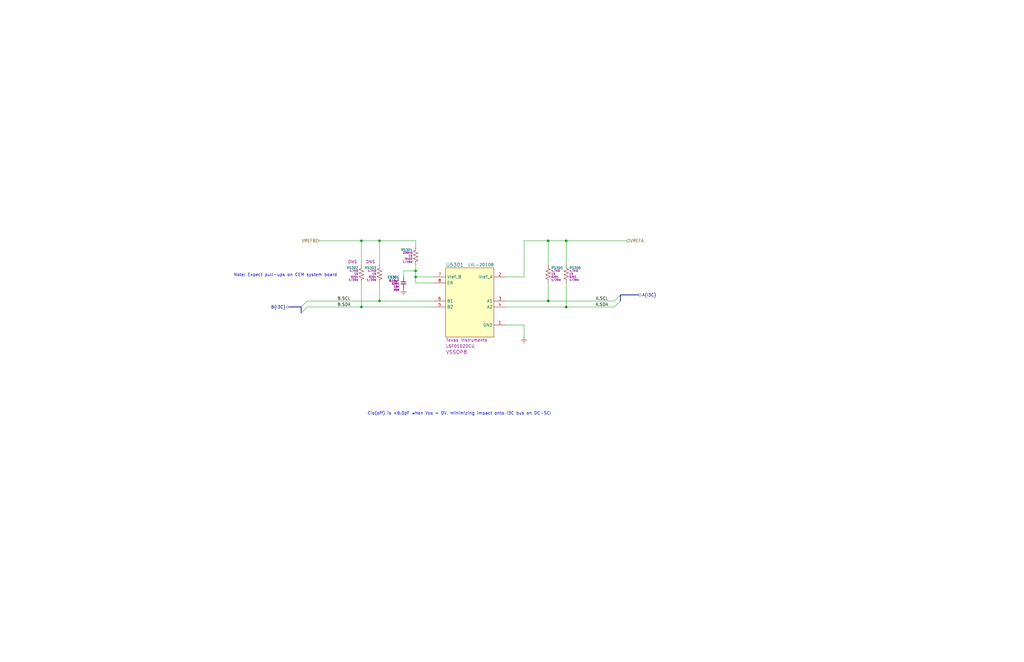
<source format=kicad_sch>
(kicad_sch (version 20231120) (generator "eeschema") (generator_version "8.0")
  (paper "B")
  (title_block (title "${PROJ}") (rev "${REV}") (company "${RPN}") (comment 1 "I3C level shifter"))
  (lib_symbols
    (symbol "Capacitors, ceramic, Murata:CCM-610AA" (pin_numbers hide) (pin_names (offset 0) hide)
      (property "Reference" "C" (at 1.27 2.54 0))
      (property "val" "0.10µF" (at 1.27 1.27 0))
      (property "pkg" "0201" (at 1.27 0 0))
      (property "volt" "10V" (at 1.27 -1.27 0))
      (property "type" "X5R" (at 1.27 -2.54 0))
      (symbol "CCM-610AA_1_1"
        (polyline (pts (xy -1.016 -0.423) (xy 1.016 -0.423)) (stroke (width 0.3302)))
        (polyline (pts (xy -1.016 0.423) (xy 1.016 0.423)) (stroke (width 0.3048)))
        (pin passive line (at 0 2.54 270) (length 2.032) (name "~") (number "1"))
        (pin passive line (at 0 -2.54 90) (length 2.032) (name "~") (number "2"))
      )
    )
    (symbol "Power:GND" (power) (pin_names (offset 0)) (in_bom no) (on_board no)
      (symbol "GND_0_1"
        (polyline (pts (xy -0.635 -1.905) (xy 0.635 -1.905)))
        (polyline (pts (xy -0.127 -2.54) (xy 0.127 -2.54)))
        (polyline (pts (xy 0 -1.27) (xy 0 0)))
        (polyline (pts (xy 1.27 -1.27) (xy -1.27 -1.27)))
      )
      (symbol "GND_1_1"
        (pin power_in line (at 0 0 270) (length 0) hide (name "GND") (number "1"))
      )
    )
    (symbol "Resistors:RES-4470A" (pin_numbers hide) (pin_names (offset 0) hide)
      (property "Reference" "R" (at 1.27 2.54 0))
      (property "val" "4.7KΩ" (at 1.27 1.27 0))
      (property "tol" "1%" (at 1.27 0 0))
      (property "pkg" "0201" (at 1.27 -1.27 0))
      (property "pwr" "1/20W" (at 1.27 -2.54 0))
      (symbol "RES-4470A_1_1"
        (polyline (pts (xy 0 -2.286) (xy 0 -2.54)))
        (polyline (pts (xy 0 2.286) (xy 0 2.54)))
        (polyline (pts (xy 0 -0.762) (xy 1.016 -1.143) (xy 0 -1.524) (xy -1.016 -1.905) (xy 0 -2.286)))
        (polyline (pts (xy 0 0.762) (xy 1.016 0.381) (xy 0 0) (xy -1.016 -0.381) (xy 0 -0.762)))
        (polyline (pts (xy 0 2.286) (xy 1.016 1.905) (xy 0 1.524) (xy -1.016 1.143) (xy 0 0.762)))
        (pin passive line (at 0 3.81 270) (length 1.27) (name "~") (number "1"))
        (pin passive line (at 0 -3.81 90) (length 1.27) (name "~") (number "2"))
      )
    )
    (symbol "Resistors:RES-6200B" (pin_numbers hide) (pin_names (offset 0) hide)
      (property "Reference" "R" (at 1.27 2.54 0))
      (property "val" "200KΩ" (at 1.27 1.27 0))
      (property "tol" "1%" (at 1.27 0 0))
      (property "pkg" "0402" (at 1.27 -1.27 0))
      (property "pwr" "1/16W" (at 1.27 -2.54 0))
      (symbol "RES-6200B_1_1"
        (polyline (pts (xy 0 -2.286) (xy 0 -2.54)))
        (polyline (pts (xy 0 2.286) (xy 0 2.54)))
        (polyline (pts (xy 0 -0.762) (xy 1.016 -1.143) (xy 0 -1.524) (xy -1.016 -1.905) (xy 0 -2.286)))
        (polyline (pts (xy 0 0.762) (xy 1.016 0.381) (xy 0 0) (xy -1.016 -0.381) (xy 0 -0.762)))
        (polyline (pts (xy 0 2.286) (xy 1.016 1.905) (xy 0 1.524) (xy -1.016 1.143) (xy 0 0.762)))
        (pin passive line (at 0 3.81 270) (length 1.27) (name "~") (number "1"))
        (pin passive line (at 0 -3.81 90) (length 1.27) (name "~") (number "2"))
      )
    )
    (symbol "Translation:LVL-20108"
      (property "Reference" "U" (at -10.16 15.24 0))
      (property "Value" "LVL-20108" (at 10.16 15.24 0))
      (property "mfr" "Texas Instruments" (at -10.16 -16.51 0))
      (property "mpn" "LSF0102DCU" (at -10.16 -19.05 0))
      (property "pkg" "VSSOP8" (at -10.16 -21.59 0))
      (symbol "LVL-20108_1_1"
        (rectangle (start -10.16 13.97) (end 10.16 -15.24) (fill (type background)))
        (pin power_in line (at -15.24 -10.16 0) (length 5.08) (name "GND") (number "1"))
        (pin power_in line (at -15.24 10.16 0) (length 5.08) (name "Vref_A") (number "2"))
        (pin bidirectional line (at -15.24 0 0) (length 5.08) (name "A1") (number "3"))
        (pin bidirectional line (at -15.24 -2.54 0) (length 5.08) (name "A2") (number "4"))
        (pin bidirectional line (at 15.24 -2.54 180) (length 5.08) (name "B2") (number "5"))
        (pin bidirectional line (at 15.24 0 180) (length 5.08) (name "B1") (number "6"))
        (pin open_collector line (at 15.24 10.16 180) (length 5.08) (name "Vref_B") (number "7"))
        (pin input line (at 15.24 7.62 180) (length 5.08) (name "EN") (number "8"))
      )
    )
  )
  (junction (at 238.76 129.54))
  (junction (at 175.26 114.3))
  (junction (at 231.14 101.6))
  (junction (at 160.02 127))
  (junction (at 152.4 129.54))
  (junction (at 152.4 101.6))
  (junction (at 238.76 101.6))
  (junction (at 231.14 127))
  (junction (at 160.02 101.6))
  (junction (at 175.26 116.84))
  (bus_entry (at 127 129.54) (size 2.54 -2.54))
  (bus_entry (at 261.62 127) (size -2.54 2.54))
  (bus_entry (at 261.62 124.46) (size -2.54 2.54))
  (bus_entry (at 127 132.08) (size 2.54 -2.54))
  (wire (pts (xy 160.02 101.6) (xy 152.4 101.6)))
  (wire (pts (xy 231.14 101.6) (xy 220.98 101.6)))
  (wire (pts (xy 220.98 101.6) (xy 220.98 116.84)))
  (wire (pts (xy 175.26 116.84) (xy 175.26 119.38)))
  (wire (pts (xy 175.26 111.76) (xy 175.26 114.3)))
  (wire (pts (xy 152.4 101.6) (xy 152.4 111.76)))
  (wire (pts (xy 160.02 119.38) (xy 160.02 127)))
  (wire (pts (xy 231.14 119.38) (xy 231.14 127)))
  (wire (pts (xy 231.14 127) (xy 259.08 127)))
  (wire (pts (xy 238.76 129.54) (xy 259.08 129.54)))
  (wire (pts (xy 213.36 129.54) (xy 238.76 129.54)))
  (wire (pts (xy 129.54 129.54) (xy 152.4 129.54)))
  (wire (pts (xy 160.02 127) (xy 182.88 127)))
  (wire (pts (xy 175.26 114.3) (xy 175.26 116.84)))
  (wire (pts (xy 213.36 127) (xy 231.14 127)))
  (wire (pts (xy 238.76 119.38) (xy 238.76 129.54)))
  (wire (pts (xy 220.98 116.84) (xy 213.36 116.84)))
  (wire (pts (xy 170.18 114.3) (xy 175.26 114.3)))
  (bus (pts (xy 127 129.54) (xy 127 132.08)))
  (wire (pts (xy 152.4 129.54) (xy 182.88 129.54)))
  (wire (pts (xy 213.36 137.16) (xy 220.98 137.16)))
  (wire (pts (xy 160.02 101.6) (xy 160.02 111.76)))
  (wire (pts (xy 129.54 127) (xy 160.02 127)))
  (wire (pts (xy 231.14 111.76) (xy 231.14 101.6)))
  (wire (pts (xy 175.26 119.38) (xy 182.88 119.38)))
  (wire (pts (xy 175.26 101.6) (xy 175.26 104.14)))
  (wire (pts (xy 175.26 101.6) (xy 160.02 101.6)))
  (wire (pts (xy 182.88 116.84) (xy 175.26 116.84)))
  (wire (pts (xy 238.76 101.6) (xy 231.14 101.6)))
  (bus (pts (xy 269.24 124.46) (xy 261.62 124.46)))
  (wire (pts (xy 152.4 119.38) (xy 152.4 129.54)))
  (wire (pts (xy 170.18 114.3) (xy 170.18 116.84)))
  (bus (pts (xy 127 129.54) (xy 121.92 129.54)))
  (wire (pts (xy 220.98 137.16) (xy 220.98 142.24)))
  (wire (pts (xy 264.16 101.6) (xy 238.76 101.6)))
  (bus (pts (xy 261.62 124.46) (xy 261.62 127)))
  (wire (pts (xy 152.4 101.6) (xy 134.62 101.6)))
  (wire (pts (xy 238.76 111.76) (xy 238.76 101.6)))
  (text "Note: Expect pull-ups on CEM system board" (at 142.24 116.84 0) (effects (font (size 1.27 1.27)) (justify right bottom)))
  (text "Cio(off) is <6.0pF when V_{EN} = 0V, minimizing impact onto I3C bus on DC-SCI" (at 154.94 175.26 0) (effects (font (size 1.27 1.27)) (justify left bottom)))
  (label "A.SCL" (at 256.54 127 180))
  (label "B.SDA" (at 142.24 129.54 0))
  (label "B.SCL" (at 142.24 127 0))
  (label "A.SDA" (at 256.54 129.54 180))
  (hierarchical_label "VREFA" (shape input) (at 264.16 101.6 0))
  (hierarchical_label "B{I3C}" (shape bidirectional) (at 121.92 129.54 180))
  (hierarchical_label "A{I3C}" (shape bidirectional) (at 269.24 124.46 0))
  (hierarchical_label "VREFB" (shape input) (at 134.62 101.6 180))
  (symbol (lib_id "Resistors:RES-4470A") (at 160.02 115.57 0) (mirror y) (unit 1)
    (property "Reference" "R5303" (at 158.75 113.03 0) (effects (font (size 1 1)) (justify left)))
    (property "Value" "RES-4470A" (effects (hide yes)))
    (property "Description" "RES, 4.7KΩ, 1%, 0201, 1/20W, <50V, 0.26mm" (effects (hide yes)))
    (property "val" "4.7KΩ" (at 158.75 114.3 0) (effects (font (size 0.8 0.8)) (justify left)))
    (property "tol" "1%" (at 158.75 115.57 0) (effects (font (size 0.8 0.8)) (justify left)))
    (property "Sim.Device" "R" (effects (hide yes)))
    (property "pkg" "0201" (at 158.75 116.84 0) (effects (font (size 0.8 0.8)) (justify left)))
    (property "Sim.Pins" "1=+ 2=-" (effects (hide yes)))
    (property "pwr" "1/20W" (at 158.75 118.11 0) (effects (font (size 0.8 0.8)) (justify left)))
    (property "Sim.Params" "r=\"${val}\"" (effects (hide yes)))
    (property "height" "0.26mm" (effects (hide yes)))
    (property "BOM" "DNS" (at 156.21 110.49 0))
  )
  (symbol (lib_id "Power:GND") (at 220.98 142.24 0) (mirror y) (unit 1) (in_bom no) (on_board no)
    (property "Reference" "#PWR05304" (effects (hide yes)))
    (property "Value" "GND" (effects (hide yes)))
    (property "Description" "Power symbol creates a global label with name \"GND\"" (effects (hide yes)))
  )
  (symbol (lib_id "Translation:LVL-20108") (at 198.12 127 0) (mirror y) (unit 1)
    (property "Reference" "U5301" (at 187.96 111.76 0) (effects (font (size 1.524 1.524)) (justify right)))
    (property "Value" "LVL-20108" (at 208.28 111.76 0) (effects (justify left)))
    (property "Datasheet" "https://www.ti.com/lit/ds/symlink/lsf0102.pdf" (effects (hide yes)))
    (property "Description" "IC, passive level shifter, 2-bit, separate IO voltage, VrefA = [0.9V, 5.5V], VrefB = [VrefA+0.8V, 5.5V], 40MHz@50pF CL, EN, bidir, VSSOP8" (effects (hide yes)))
    (property "mfr" "Texas Instruments" (at 187.96 143.51 0) (effects (justify right)))
    (property "mpn" "LSF0102DCU" (at 187.96 146.05 0) (effects (justify right)))
    (property "pkg" "VSSOP8" (at 187.96 148.59 0) (effects (font (size 1.524 1.524)) (justify right)))
    (property "height" "0.9mm" (effects (hide yes)))
    (property "func_bit" ".1;.2" (effects (hide yes)))
  )
  (symbol (lib_id "Resistors:RES-4470A") (at 231.14 115.57 0) (unit 1)
    (property "Reference" "R5305" (at 232.41 113.03 0) (effects (font (size 1 1)) (justify left)))
    (property "Value" "RES-4470A" (effects (hide yes)))
    (property "Description" "RES, 4.7KΩ, 1%, 0201, 1/20W, <50V, 0.26mm" (effects (hide yes)))
    (property "val" "4.7KΩ" (at 232.41 114.3 0) (effects (font (size 0.8 0.8)) (justify left)))
    (property "tol" "1%" (at 232.41 115.57 0) (effects (font (size 0.8 0.8)) (justify left)))
    (property "Sim.Device" "R" (effects (hide yes)))
    (property "pkg" "0201" (at 232.41 116.84 0) (effects (font (size 0.8 0.8)) (justify left)))
    (property "Sim.Pins" "1=+ 2=-" (effects (hide yes)))
    (property "pwr" "1/20W" (at 232.41 118.11 0) (effects (font (size 0.8 0.8)) (justify left)))
    (property "Sim.Params" "r=\"${val}\"" (effects (hide yes)))
    (property "height" "0.26mm" (effects (hide yes)))
  )
  (symbol (lib_id "Resistors:RES-4470A") (at 152.4 115.57 0) (mirror y) (unit 1)
    (property "Reference" "R5302" (at 151.13 113.03 0) (effects (font (size 1 1)) (justify left)))
    (property "Value" "RES-4470A" (effects (hide yes)))
    (property "Description" "RES, 4.7KΩ, 1%, 0201, 1/20W, <50V, 0.26mm" (effects (hide yes)))
    (property "val" "4.7KΩ" (at 151.13 114.3 0) (effects (font (size 0.8 0.8)) (justify left)))
    (property "tol" "1%" (at 151.13 115.57 0) (effects (font (size 0.8 0.8)) (justify left)))
    (property "Sim.Device" "R" (effects (hide yes)))
    (property "pkg" "0201" (at 151.13 116.84 0) (effects (font (size 0.8 0.8)) (justify left)))
    (property "Sim.Pins" "1=+ 2=-" (effects (hide yes)))
    (property "pwr" "1/20W" (at 151.13 118.11 0) (effects (font (size 0.8 0.8)) (justify left)))
    (property "Sim.Params" "r=\"${val}\"" (effects (hide yes)))
    (property "height" "0.26mm" (effects (hide yes)))
    (property "BOM" "DNS" (at 148.59 110.49 0))
  )
  (symbol (lib_id "Power:GND") (at 170.18 121.92 0) (mirror y) (unit 1) (in_bom no) (on_board no)
    (property "Reference" "#PWR05302" (effects (hide yes)))
    (property "Value" "GND" (effects (hide yes)))
    (property "Description" "Power symbol creates a global label with name \"GND\"" (effects (hide yes)))
  )
  (symbol (lib_id "Resistors:RES-4470A") (at 238.76 115.57 0) (unit 1)
    (property "Reference" "R5306" (at 240.03 113.03 0) (effects (font (size 1 1)) (justify left)))
    (property "Value" "RES-4470A" (effects (hide yes)))
    (property "Description" "RES, 4.7KΩ, 1%, 0201, 1/20W, <50V, 0.26mm" (effects (hide yes)))
    (property "val" "4.7KΩ" (at 240.03 114.3 0) (effects (font (size 0.8 0.8)) (justify left)))
    (property "tol" "1%" (at 240.03 115.57 0) (effects (font (size 0.8 0.8)) (justify left)))
    (property "Sim.Device" "R" (effects (hide yes)))
    (property "pkg" "0201" (at 240.03 116.84 0) (effects (font (size 0.8 0.8)) (justify left)))
    (property "Sim.Pins" "1=+ 2=-" (effects (hide yes)))
    (property "pwr" "1/20W" (at 240.03 118.11 0) (effects (font (size 0.8 0.8)) (justify left)))
    (property "Sim.Params" "r=\"${val}\"" (effects (hide yes)))
    (property "height" "0.26mm" (effects (hide yes)))
  )
  (symbol (lib_id "Resistors:RES-6200B") (at 175.26 107.95 0) (mirror y) (unit 1)
    (property "Reference" "R5304" (at 173.99 105.41 0) (effects (font (size 1 1)) (justify left)))
    (property "Value" "RES-6200B" (effects (hide yes)))
    (property "Description" "RES, 200KΩ, 1%, 0402, 1/16W, <100V, 0.40mm" (effects (hide yes)))
    (property "val" "200KΩ" (at 173.99 106.68 0) (effects (font (size 0.8 0.8)) (justify left)))
    (property "tol" "1%" (at 173.99 107.95 0) (effects (font (size 0.8 0.8)) (justify left)))
    (property "Sim.Device" "R" (effects (hide yes)))
    (property "pkg" "0402" (at 173.99 109.22 0) (effects (font (size 0.8 0.8)) (justify left)))
    (property "Sim.Pins" "1=+ 2=-" (effects (hide yes)))
    (property "pwr" "1/16W" (at 173.99 110.49 0) (effects (font (size 0.8 0.8)) (justify left)))
    (property "Sim.Params" "r=\"${val}\"" (effects (hide yes)))
    (property "height" "0.40mm" (effects (hide yes)))
  )
  (symbol (lib_id "Capacitors, ceramic, Murata:CCM-610AA") (at 170.18 119.38 0) (unit 1)
    (property "Reference" "C5301" (at 168.3639 116.9778 0) (effects (font (size 1 1)) (justify right)))
    (property "Value" "CCM-610AA" (effects (hide yes)))
    (property "Description" "CAP, ceramic, 0.10µF, 0201, 10V, ±20%, X5R, 0.33 mm" (effects (hide yes)))
    (property "val" "0.10µF" (at 168.3639 118.4131 0) (effects (font (size 0.8 0.8)) (justify right)))
    (property "pkg" "0201" (at 168.3639 119.7171 0) (effects (font (size 0.8 0.8)) (justify right)))
    (property "mfr" "Murata" (effects (hide yes)))
    (property "volt" "10V" (at 168.3639 121.0211 0) (effects (font (size 0.8 0.8)) (justify right)))
    (property "Sim.Pins" "1=+ 2=-" (effects (hide yes)))
    (property "Sim.Device" "C" (effects (hide yes)))
    (property "type" "X5R" (at 168.3639 122.3251 0) (effects (font (size 0.8 0.8)) (justify right)))
    (property "Sim.Params" "c=${val}" (effects (hide yes)))
    (property "tol" "±20%" (effects (hide yes)))
    (property "height" "0.33mm" (effects (hide yes)))
    (property "mpn" "GRM033R61A104ME15" (effects (hide yes)))
  )
)
</source>
